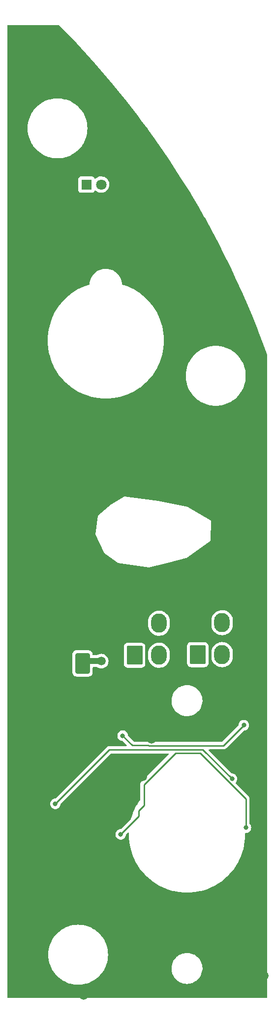
<source format=gbr>
%TF.GenerationSoftware,KiCad,Pcbnew,(6.0.9)*%
%TF.CreationDate,2022-12-26T23:22:05-09:00*%
%TF.ProjectId,PCB_ SPIN RCV PANEL,5043422c-2053-4504-994e-205243562050,rev?*%
%TF.SameCoordinates,Original*%
%TF.FileFunction,Copper,L2,Bot*%
%TF.FilePolarity,Positive*%
%FSLAX46Y46*%
G04 Gerber Fmt 4.6, Leading zero omitted, Abs format (unit mm)*
G04 Created by KiCad (PCBNEW (6.0.9)) date 2022-12-26 23:22:05*
%MOMM*%
%LPD*%
G01*
G04 APERTURE LIST*
G04 Aperture macros list*
%AMRoundRect*
0 Rectangle with rounded corners*
0 $1 Rounding radius*
0 $2 $3 $4 $5 $6 $7 $8 $9 X,Y pos of 4 corners*
0 Add a 4 corners polygon primitive as box body*
4,1,4,$2,$3,$4,$5,$6,$7,$8,$9,$2,$3,0*
0 Add four circle primitives for the rounded corners*
1,1,$1+$1,$2,$3*
1,1,$1+$1,$4,$5*
1,1,$1+$1,$6,$7*
1,1,$1+$1,$8,$9*
0 Add four rect primitives between the rounded corners*
20,1,$1+$1,$2,$3,$4,$5,0*
20,1,$1+$1,$4,$5,$6,$7,0*
20,1,$1+$1,$6,$7,$8,$9,0*
20,1,$1+$1,$8,$9,$2,$3,0*%
G04 Aperture macros list end*
%TA.AperFunction,ComponentPad*%
%ADD10R,1.800000X1.800000*%
%TD*%
%TA.AperFunction,ComponentPad*%
%ADD11C,1.800000*%
%TD*%
%TA.AperFunction,SMDPad,CuDef*%
%ADD12RoundRect,0.250000X1.000000X-1.500000X1.000000X1.500000X-1.000000X1.500000X-1.000000X-1.500000X0*%
%TD*%
%TA.AperFunction,ComponentPad*%
%ADD13RoundRect,0.250001X-1.099999X-1.399999X1.099999X-1.399999X1.099999X1.399999X-1.099999X1.399999X0*%
%TD*%
%TA.AperFunction,ComponentPad*%
%ADD14O,2.700000X3.300000*%
%TD*%
%TA.AperFunction,ViaPad*%
%ADD15C,1.500000*%
%TD*%
%TA.AperFunction,ViaPad*%
%ADD16C,0.800000*%
%TD*%
%TA.AperFunction,Conductor*%
%ADD17C,1.000000*%
%TD*%
%TA.AperFunction,Conductor*%
%ADD18C,0.250000*%
%TD*%
G04 APERTURE END LIST*
D10*
%TO.P,D1,1*%
%TO.N,Net-(D1-Pad1)*%
X244754000Y-21500000D03*
D11*
%TO.P,D1,2*%
%TO.N,/LED+5V*%
X247294000Y-21500000D03*
%TD*%
D12*
%TO.P,C1,1*%
%TO.N,/LED+5V*%
X244069000Y-103809000D03*
%TO.P,C1,2*%
%TO.N,/LEDGND*%
X244069000Y-97309000D03*
%TD*%
D13*
%TO.P,J1,1*%
%TO.N,/LED+5V*%
X263900000Y-102300000D03*
D14*
%TO.P,J1,2*%
X268100000Y-102300000D03*
%TO.P,J1,3*%
%TO.N,/LEDGND*%
X263900000Y-96800000D03*
%TO.P,J1,4*%
%TO.N,/DATAIN*%
X268100000Y-96800000D03*
%TD*%
D13*
%TO.P,J2,1*%
%TO.N,/LED+5V*%
X253035000Y-102400000D03*
D14*
%TO.P,J2,2*%
X257235000Y-102400000D03*
%TO.P,J2,3*%
%TO.N,/LEDGND*%
X253035000Y-96900000D03*
%TO.P,J2,4*%
%TO.N,/DATAOUT*%
X257235000Y-96900000D03*
%TD*%
D15*
%TO.N,/LEDGND*%
X273900000Y-117400000D03*
X255927500Y-156045800D03*
X244376200Y-117162500D03*
X256245000Y-149501600D03*
X273800000Y-111800000D03*
X275344500Y-157464900D03*
X243914500Y-94021100D03*
X259550000Y-51900000D03*
X249720000Y-91550000D03*
X267244200Y-94052800D03*
X273200000Y-141150000D03*
X255750000Y-60950000D03*
X254389000Y-123289000D03*
X268233500Y-76664700D03*
X236704400Y-149486100D03*
D16*
X244200000Y-134631738D03*
D15*
X247400000Y-61150000D03*
X259961800Y-32102900D03*
X251275000Y-130025000D03*
X238250000Y-39200000D03*
X258276000Y-72119500D03*
X243331000Y-32017200D03*
X238350000Y-55100000D03*
X251567900Y-74006000D03*
X273696000Y-152246000D03*
X244067500Y-128275000D03*
X240087800Y-22830400D03*
X258550000Y-40500000D03*
X239162200Y-124071100D03*
X236661700Y-117681800D03*
X252306000Y-142477100D03*
X273860000Y-134890000D03*
X236945800Y-157128900D03*
X244286100Y-160855000D03*
X250398500Y-102181200D03*
X244127200Y-82082800D03*
X236526800Y-142553100D03*
X273900000Y-123200000D03*
X263468200Y-46339000D03*
X244326500Y-142622200D03*
X244537400Y-111544800D03*
X248261600Y-31716800D03*
X273700000Y-146650000D03*
X240968400Y-103531600D03*
X255991000Y-116864800D03*
X256003500Y-111814300D03*
X247700000Y-148450000D03*
X273837000Y-129463000D03*
X236220000Y-110744000D03*
X236521400Y-137090700D03*
X247800000Y-135850000D03*
X258660000Y-91570000D03*
X233550000Y-131450000D03*
%TO.N,/LED+5V*%
X247286000Y-103422800D03*
D16*
%TO.N,Net-(D28-Pad2)*%
X271835400Y-114441400D03*
X250985600Y-116242600D03*
%TO.N,Net-(D33-Pad2)*%
X269800000Y-123650000D03*
X239400000Y-127950000D03*
%TO.N,Net-(D39-Pad2)*%
X250650000Y-133200000D03*
X272200000Y-132050000D03*
%TD*%
D17*
%TO.N,/LED+5V*%
X244455200Y-103422800D02*
X244069000Y-103809000D01*
X247286000Y-103422800D02*
X244455200Y-103422800D01*
D18*
%TO.N,Net-(D28-Pad2)*%
X255435198Y-117900000D02*
X255474999Y-117939801D01*
X250985600Y-116242600D02*
X252643000Y-117900000D01*
X252643000Y-117900000D02*
X255435198Y-117900000D01*
X268336999Y-117939801D02*
X271835400Y-114441400D01*
X255474999Y-117939801D02*
X268336999Y-117939801D01*
%TO.N,Net-(D33-Pad2)*%
X239400000Y-127950000D02*
X239400000Y-127950000D01*
X248700000Y-118650000D02*
X264800000Y-118650000D01*
X239400000Y-127950000D02*
X248700000Y-118650000D01*
X264800000Y-118650000D02*
X269800000Y-123650000D01*
%TO.N,Net-(D39-Pad2)*%
X254650000Y-124619002D02*
X254650000Y-128241002D01*
X272200000Y-127100000D02*
X264300000Y-119200000D01*
X272200000Y-132050000D02*
X272200000Y-127100000D01*
X253791002Y-130058998D02*
X250650000Y-133200000D01*
X264300000Y-119200000D02*
X260069002Y-119200000D01*
X254650000Y-128241002D02*
X253791002Y-129100000D01*
X253791002Y-129100000D02*
X253791002Y-130058998D01*
X260069002Y-119200000D02*
X254650000Y-124619002D01*
%TD*%
%TA.AperFunction,Conductor*%
%TO.N,/LEDGND*%
G36*
X239949682Y5923562D02*
G01*
X239971078Y5906236D01*
X241436794Y4426553D01*
X241438152Y4425161D01*
X243060777Y2735702D01*
X243062113Y2734289D01*
X244658468Y1019987D01*
X244659782Y1018553D01*
X246229430Y-720118D01*
X246230722Y-721571D01*
X247773376Y-2484293D01*
X247774646Y-2485766D01*
X249289975Y-4272164D01*
X249291221Y-4273657D01*
X250778706Y-6083119D01*
X250779930Y-6084631D01*
X251638369Y-7162372D01*
X252239349Y-7916883D01*
X252240549Y-7918413D01*
X253671539Y-9773005D01*
X253672715Y-9774554D01*
X254214032Y-10498959D01*
X254879392Y-11389361D01*
X255074887Y-11650978D01*
X255076014Y-11652512D01*
X255531804Y-12282511D01*
X256449082Y-13550388D01*
X256450209Y-13551970D01*
X257569082Y-15149857D01*
X257793785Y-15470761D01*
X257794888Y-15472363D01*
X259108731Y-17411723D01*
X259109809Y-17413342D01*
X260393503Y-19372659D01*
X260394556Y-19374293D01*
X261320854Y-20836868D01*
X261647895Y-21353249D01*
X261648900Y-21354863D01*
X262601658Y-22911872D01*
X262871579Y-23352981D01*
X262872556Y-23354607D01*
X264064238Y-25371338D01*
X264065155Y-25372917D01*
X264941400Y-26909487D01*
X265225598Y-27407852D01*
X265226548Y-27409549D01*
X266355376Y-29462027D01*
X266356300Y-29463738D01*
X267453314Y-31533394D01*
X267454212Y-31535119D01*
X268519205Y-33621561D01*
X268520069Y-33623288D01*
X269335420Y-35283443D01*
X269552675Y-35725802D01*
X269553512Y-35727539D01*
X269907985Y-36478360D01*
X270553570Y-37845794D01*
X270554387Y-37847559D01*
X271521648Y-39981035D01*
X271522437Y-39982813D01*
X272456612Y-42130863D01*
X272457374Y-42132652D01*
X273358316Y-44294941D01*
X273359050Y-44296742D01*
X274201559Y-46410085D01*
X274226504Y-46472658D01*
X274227201Y-46474446D01*
X275060975Y-48663514D01*
X275061653Y-48665337D01*
X275825049Y-50766565D01*
X275832623Y-50809590D01*
X275832623Y-161188436D01*
X275812621Y-161256557D01*
X275758965Y-161303050D01*
X275706623Y-161314436D01*
X231255623Y-161314436D01*
X231187502Y-161294434D01*
X231141009Y-161240778D01*
X231129623Y-161188436D01*
X231129623Y-153885436D01*
X238165577Y-153885436D01*
X238185195Y-154334771D01*
X238185556Y-154337510D01*
X238237247Y-154730143D01*
X238243901Y-154780687D01*
X238341248Y-155219789D01*
X238342073Y-155222406D01*
X238342075Y-155222413D01*
X238364758Y-155294355D01*
X238476494Y-155648737D01*
X238648612Y-156064264D01*
X238856289Y-156463209D01*
X239097947Y-156842536D01*
X239099611Y-156844704D01*
X239099619Y-156844716D01*
X239167970Y-156933792D01*
X239371746Y-157199357D01*
X239373604Y-157201385D01*
X239373611Y-157201393D01*
X239558148Y-157402780D01*
X239675601Y-157530958D01*
X239677621Y-157532809D01*
X240005166Y-157832948D01*
X240005174Y-157832955D01*
X240007202Y-157834813D01*
X240009394Y-157836495D01*
X240361843Y-158106940D01*
X240361855Y-158106948D01*
X240364023Y-158108612D01*
X240743350Y-158350270D01*
X241142295Y-158557947D01*
X241557822Y-158730065D01*
X241831185Y-158816256D01*
X241984146Y-158864484D01*
X241984153Y-158864486D01*
X241986770Y-158865311D01*
X241989455Y-158865906D01*
X241989454Y-158865906D01*
X242423174Y-158962060D01*
X242423177Y-158962061D01*
X242425872Y-158962658D01*
X242428602Y-158963017D01*
X242428611Y-158963019D01*
X242648830Y-158992011D01*
X242871788Y-159021364D01*
X243140579Y-159033099D01*
X243204171Y-159035876D01*
X243204176Y-159035876D01*
X243205548Y-159035936D01*
X243436698Y-159035936D01*
X243438070Y-159035876D01*
X243438075Y-159035876D01*
X243501667Y-159033099D01*
X243770458Y-159021364D01*
X243993416Y-158992011D01*
X244213635Y-158963019D01*
X244213644Y-158963017D01*
X244216374Y-158962658D01*
X244219069Y-158962061D01*
X244219072Y-158962060D01*
X244652792Y-158865906D01*
X244652791Y-158865906D01*
X244655476Y-158865311D01*
X244658093Y-158864486D01*
X244658100Y-158864484D01*
X244811061Y-158816256D01*
X245084424Y-158730065D01*
X245499951Y-158557947D01*
X245898896Y-158350270D01*
X246278223Y-158108612D01*
X246280391Y-158106948D01*
X246280403Y-158106940D01*
X246632852Y-157836495D01*
X246635044Y-157834813D01*
X246637072Y-157832955D01*
X246637080Y-157832948D01*
X246964625Y-157532809D01*
X246966645Y-157530958D01*
X247084098Y-157402780D01*
X247268635Y-157201393D01*
X247268642Y-157201385D01*
X247270500Y-157199357D01*
X247474276Y-156933792D01*
X247542627Y-156844716D01*
X247542635Y-156844704D01*
X247544299Y-156842536D01*
X247785957Y-156463209D01*
X247916586Y-156212272D01*
X259387755Y-156212272D01*
X259387944Y-156216064D01*
X259389145Y-156240190D01*
X259400126Y-156460761D01*
X259403709Y-156532743D01*
X259404352Y-156536483D01*
X259457316Y-156844716D01*
X259458048Y-156848977D01*
X259459136Y-156852616D01*
X259459137Y-156852619D01*
X259499212Y-156986618D01*
X259549985Y-157156392D01*
X259551498Y-157159863D01*
X259551500Y-157159869D01*
X259585562Y-157238019D01*
X259678187Y-157450535D01*
X259680110Y-157453806D01*
X259680112Y-157453810D01*
X259838876Y-157723876D01*
X259838881Y-157723884D01*
X259840799Y-157727146D01*
X259843100Y-157730161D01*
X259945318Y-157864098D01*
X260035464Y-157982218D01*
X260038112Y-157984937D01*
X260038117Y-157984942D01*
X260256716Y-158209341D01*
X260259362Y-158212057D01*
X260262306Y-158214428D01*
X260262309Y-158214431D01*
X260506298Y-158410954D01*
X260506303Y-158410958D01*
X260509251Y-158413332D01*
X260781511Y-158583129D01*
X261072198Y-158718987D01*
X261075808Y-158720170D01*
X261075812Y-158720172D01*
X261373497Y-158817758D01*
X261373504Y-158817760D01*
X261377101Y-158818939D01*
X261691803Y-158881538D01*
X261826291Y-158891768D01*
X262007970Y-158905588D01*
X262007975Y-158905588D01*
X262011747Y-158905875D01*
X262332297Y-158891599D01*
X262336046Y-158890975D01*
X262645070Y-158839540D01*
X262645075Y-158839539D01*
X262648811Y-158838917D01*
X262784188Y-158799202D01*
X262953077Y-158749655D01*
X262953081Y-158749654D01*
X262956703Y-158748591D01*
X263251514Y-158621931D01*
X263528973Y-158460770D01*
X263531995Y-158458489D01*
X263531999Y-158458486D01*
X263782037Y-158269726D01*
X263782038Y-158269725D01*
X263785061Y-158267443D01*
X264016068Y-158044751D01*
X264018462Y-158041810D01*
X264018467Y-158041805D01*
X264216255Y-157798860D01*
X264216258Y-157798856D01*
X264218649Y-157795919D01*
X264389869Y-157524552D01*
X264527247Y-157234581D01*
X264538320Y-157201393D01*
X264627598Y-156933792D01*
X264628795Y-156930205D01*
X264693040Y-156615835D01*
X264719052Y-156296023D01*
X264719637Y-156240190D01*
X264717726Y-156208483D01*
X264700556Y-155923682D01*
X264700556Y-155923678D01*
X264700328Y-155919904D01*
X264642681Y-155604256D01*
X264547530Y-155297821D01*
X264534300Y-155268313D01*
X264511339Y-155217105D01*
X264416254Y-155005036D01*
X264250755Y-154730143D01*
X264248428Y-154727159D01*
X264248423Y-154727152D01*
X264055766Y-154480118D01*
X264055764Y-154480115D01*
X264053430Y-154477123D01*
X263827136Y-154249642D01*
X263575153Y-154050995D01*
X263549197Y-154035182D01*
X263304362Y-153886027D01*
X263301130Y-153884058D01*
X263297686Y-153882492D01*
X263297682Y-153882490D01*
X263188438Y-153832820D01*
X263009037Y-153751252D01*
X262703104Y-153654498D01*
X262387763Y-153595198D01*
X262067582Y-153574213D01*
X262063802Y-153574421D01*
X262063801Y-153574421D01*
X261950530Y-153580654D01*
X261747199Y-153591844D01*
X261431254Y-153647838D01*
X261427629Y-153648943D01*
X261427624Y-153648944D01*
X261187484Y-153722134D01*
X261124325Y-153741383D01*
X260830857Y-153871124D01*
X260721288Y-153936311D01*
X260558356Y-154033245D01*
X260558350Y-154033249D01*
X260555101Y-154035182D01*
X260552109Y-154037490D01*
X260552105Y-154037493D01*
X260354746Y-154189754D01*
X260301051Y-154231179D01*
X260298349Y-154233839D01*
X260298342Y-154233845D01*
X260193036Y-154337510D01*
X260072388Y-154456278D01*
X259872424Y-154707218D01*
X259704056Y-154980363D01*
X259702467Y-154983810D01*
X259571308Y-155268313D01*
X259571304Y-155268323D01*
X259569721Y-155271757D01*
X259568562Y-155275357D01*
X259568559Y-155275364D01*
X259560158Y-155301452D01*
X259471367Y-155577179D01*
X259470648Y-155580895D01*
X259470646Y-155580903D01*
X259411136Y-155888487D01*
X259410417Y-155892205D01*
X259410150Y-155895981D01*
X259410149Y-155895986D01*
X259398061Y-156066710D01*
X259387755Y-156212272D01*
X247916586Y-156212272D01*
X247993634Y-156064264D01*
X248165752Y-155648737D01*
X248277488Y-155294355D01*
X248300171Y-155222413D01*
X248300173Y-155222406D01*
X248300998Y-155219789D01*
X248398345Y-154780687D01*
X248405000Y-154730143D01*
X248456690Y-154337510D01*
X248457051Y-154334771D01*
X248476669Y-153885436D01*
X248457051Y-153436101D01*
X248398345Y-152990185D01*
X248300998Y-152551083D01*
X248165752Y-152122135D01*
X247993634Y-151706608D01*
X247785957Y-151307663D01*
X247544299Y-150928336D01*
X247542635Y-150926168D01*
X247542627Y-150926156D01*
X247272182Y-150573707D01*
X247270500Y-150571515D01*
X247268642Y-150569487D01*
X247268635Y-150569479D01*
X246968496Y-150241934D01*
X246966645Y-150239914D01*
X246964625Y-150238063D01*
X246637080Y-149937924D01*
X246637072Y-149937917D01*
X246635044Y-149936059D01*
X246632852Y-149934377D01*
X246280403Y-149663932D01*
X246280391Y-149663924D01*
X246278223Y-149662260D01*
X245898896Y-149420602D01*
X245499951Y-149212925D01*
X245084424Y-149040807D01*
X244811061Y-148954616D01*
X244658100Y-148906388D01*
X244658093Y-148906386D01*
X244655476Y-148905561D01*
X244571498Y-148886943D01*
X244219072Y-148808812D01*
X244219069Y-148808811D01*
X244216374Y-148808214D01*
X244213644Y-148807855D01*
X244213635Y-148807853D01*
X243993416Y-148778861D01*
X243770458Y-148749508D01*
X243501667Y-148737773D01*
X243438075Y-148734996D01*
X243438070Y-148734996D01*
X243436698Y-148734936D01*
X243205548Y-148734936D01*
X243204176Y-148734996D01*
X243204171Y-148734996D01*
X243140579Y-148737773D01*
X242871788Y-148749508D01*
X242648830Y-148778861D01*
X242428611Y-148807853D01*
X242428602Y-148807855D01*
X242425872Y-148808214D01*
X242423177Y-148808811D01*
X242423174Y-148808812D01*
X242070748Y-148886943D01*
X241986770Y-148905561D01*
X241984153Y-148906386D01*
X241984146Y-148906388D01*
X241831185Y-148954616D01*
X241557822Y-149040807D01*
X241142295Y-149212925D01*
X240743350Y-149420602D01*
X240364023Y-149662260D01*
X240361855Y-149663924D01*
X240361843Y-149663932D01*
X240009394Y-149934377D01*
X240007202Y-149936059D01*
X240005174Y-149937917D01*
X240005166Y-149937924D01*
X239677621Y-150238063D01*
X239675601Y-150239914D01*
X239673750Y-150241934D01*
X239373611Y-150569479D01*
X239373604Y-150569487D01*
X239371746Y-150571515D01*
X239370064Y-150573707D01*
X239099619Y-150926156D01*
X239099611Y-150926168D01*
X239097947Y-150928336D01*
X238856289Y-151307663D01*
X238648612Y-151706608D01*
X238476494Y-152122135D01*
X238341248Y-152551083D01*
X238243901Y-152990185D01*
X238185195Y-153436101D01*
X238165577Y-153885436D01*
X231129623Y-153885436D01*
X231129623Y-127950000D01*
X238486496Y-127950000D01*
X238506458Y-128139928D01*
X238565473Y-128321556D01*
X238660960Y-128486944D01*
X238788747Y-128628866D01*
X238943248Y-128741118D01*
X238949276Y-128743802D01*
X238949278Y-128743803D01*
X239111681Y-128816109D01*
X239117712Y-128818794D01*
X239211112Y-128838647D01*
X239298056Y-128857128D01*
X239298061Y-128857128D01*
X239304513Y-128858500D01*
X239495487Y-128858500D01*
X239501939Y-128857128D01*
X239501944Y-128857128D01*
X239588888Y-128838647D01*
X239682288Y-128818794D01*
X239688319Y-128816109D01*
X239850722Y-128743803D01*
X239850724Y-128743802D01*
X239856752Y-128741118D01*
X240011253Y-128628866D01*
X240139040Y-128486944D01*
X240234527Y-128321556D01*
X240293542Y-128139928D01*
X240310907Y-127974706D01*
X240337920Y-127909050D01*
X240347122Y-127898782D01*
X248925500Y-119320405D01*
X248987812Y-119286379D01*
X249014595Y-119283500D01*
X258785408Y-119283500D01*
X258853529Y-119303502D01*
X258900022Y-119357158D01*
X258910126Y-119427432D01*
X258880632Y-119492012D01*
X258874503Y-119498595D01*
X254257747Y-124115350D01*
X254249461Y-124122890D01*
X254242982Y-124127002D01*
X254237557Y-124132779D01*
X254196357Y-124176653D01*
X254193602Y-124179495D01*
X254173865Y-124199232D01*
X254171385Y-124202429D01*
X254163682Y-124211449D01*
X254133414Y-124243681D01*
X254129595Y-124250627D01*
X254129593Y-124250630D01*
X254123652Y-124261436D01*
X254112801Y-124277955D01*
X254100386Y-124293961D01*
X254097241Y-124301230D01*
X254097238Y-124301234D01*
X254082826Y-124334539D01*
X254077609Y-124345189D01*
X254056305Y-124383942D01*
X254054334Y-124391617D01*
X254054334Y-124391618D01*
X254051267Y-124403564D01*
X254044863Y-124422268D01*
X254036819Y-124440857D01*
X254035580Y-124448680D01*
X254035577Y-124448690D01*
X254029901Y-124484526D01*
X254027495Y-124496146D01*
X254016500Y-124538972D01*
X254016500Y-124559226D01*
X254014949Y-124578936D01*
X254011780Y-124598945D01*
X254012526Y-124606837D01*
X254015941Y-124642963D01*
X254016500Y-124654821D01*
X254016500Y-127216683D01*
X253996498Y-127284804D01*
X253990066Y-127293900D01*
X253958974Y-127333984D01*
X253605669Y-127853856D01*
X253604659Y-127855564D01*
X253604657Y-127855567D01*
X253544927Y-127956565D01*
X253285704Y-128394887D01*
X253000342Y-128954941D01*
X252999561Y-128956747D01*
X252999560Y-128956748D01*
X252762831Y-129503798D01*
X252750710Y-129531807D01*
X252750042Y-129533663D01*
X252750041Y-129533665D01*
X252538460Y-130121353D01*
X252538455Y-130121369D01*
X252537792Y-130123210D01*
X252537245Y-130125092D01*
X252537241Y-130125105D01*
X252426796Y-130505260D01*
X252394894Y-130559202D01*
X250699500Y-132254595D01*
X250637188Y-132288621D01*
X250610405Y-132291500D01*
X250554513Y-132291500D01*
X250548061Y-132292872D01*
X250548056Y-132292872D01*
X250461113Y-132311353D01*
X250367712Y-132331206D01*
X250361682Y-132333891D01*
X250361681Y-132333891D01*
X250199278Y-132406197D01*
X250199276Y-132406198D01*
X250193248Y-132408882D01*
X250038747Y-132521134D01*
X249910960Y-132663056D01*
X249815473Y-132828444D01*
X249756458Y-133010072D01*
X249755768Y-133016633D01*
X249755768Y-133016635D01*
X249748219Y-133088458D01*
X249736496Y-133200000D01*
X249756458Y-133389928D01*
X249815473Y-133571556D01*
X249910960Y-133736944D01*
X249915378Y-133741851D01*
X249915379Y-133741852D01*
X250034325Y-133873955D01*
X250038747Y-133878866D01*
X250193248Y-133991118D01*
X250199276Y-133993802D01*
X250199278Y-133993803D01*
X250361681Y-134066109D01*
X250367712Y-134068794D01*
X250461112Y-134088647D01*
X250548056Y-134107128D01*
X250548061Y-134107128D01*
X250554513Y-134108500D01*
X250745487Y-134108500D01*
X250751939Y-134107128D01*
X250751944Y-134107128D01*
X250838888Y-134088647D01*
X250932288Y-134068794D01*
X250938319Y-134066109D01*
X251100722Y-133993803D01*
X251100724Y-133993802D01*
X251106752Y-133991118D01*
X251261253Y-133878866D01*
X251265675Y-133873955D01*
X251384621Y-133741852D01*
X251384622Y-133741851D01*
X251389040Y-133736944D01*
X251484527Y-133571556D01*
X251543542Y-133389928D01*
X251560907Y-133224706D01*
X251587920Y-133159050D01*
X251597122Y-133148782D01*
X251839841Y-132906063D01*
X251902153Y-132872037D01*
X251972968Y-132877102D01*
X252029804Y-132919649D01*
X252054615Y-132986169D01*
X252054874Y-132999107D01*
X252048086Y-133215091D01*
X252048148Y-133217064D01*
X252059289Y-133571556D01*
X252067830Y-133843344D01*
X252068013Y-133845282D01*
X252068014Y-133845295D01*
X252126796Y-134467141D01*
X252126983Y-134469117D01*
X252225312Y-135089942D01*
X252362428Y-135703367D01*
X252537792Y-136306972D01*
X252538455Y-136308813D01*
X252538460Y-136308829D01*
X252750041Y-136896517D01*
X252750710Y-136898375D01*
X253000342Y-137475241D01*
X253285704Y-138035295D01*
X253605669Y-138576326D01*
X253958974Y-139096198D01*
X254344224Y-139592860D01*
X254759900Y-140064352D01*
X255204362Y-140508814D01*
X255675854Y-140924490D01*
X256172516Y-141309740D01*
X256692388Y-141663045D01*
X257233419Y-141983010D01*
X257793473Y-142268372D01*
X258370339Y-142518004D01*
X258372195Y-142518672D01*
X258372197Y-142518673D01*
X258959885Y-142730254D01*
X258959901Y-142730259D01*
X258961742Y-142730922D01*
X258963624Y-142731469D01*
X258963637Y-142731473D01*
X259563440Y-142905732D01*
X259565347Y-142906286D01*
X259567267Y-142906715D01*
X259567278Y-142906718D01*
X259872059Y-142974844D01*
X260178772Y-143043402D01*
X260180728Y-143043712D01*
X260180729Y-143043712D01*
X260797638Y-143141421D01*
X260797647Y-143141422D01*
X260799597Y-143141731D01*
X260801566Y-143141917D01*
X260801573Y-143141918D01*
X261423419Y-143200700D01*
X261423432Y-143200701D01*
X261425370Y-143200884D01*
X261427315Y-143200945D01*
X261427329Y-143200946D01*
X261706167Y-143209709D01*
X261893346Y-143215591D01*
X262213900Y-143215591D01*
X262401079Y-143209709D01*
X262679917Y-143200946D01*
X262679931Y-143200945D01*
X262681876Y-143200884D01*
X262683814Y-143200701D01*
X262683827Y-143200700D01*
X263305673Y-143141918D01*
X263305680Y-143141917D01*
X263307649Y-143141731D01*
X263309599Y-143141422D01*
X263309608Y-143141421D01*
X263926517Y-143043712D01*
X263926518Y-143043712D01*
X263928474Y-143043402D01*
X264235187Y-142974844D01*
X264539968Y-142906718D01*
X264539979Y-142906715D01*
X264541899Y-142906286D01*
X264543806Y-142905732D01*
X265143609Y-142731473D01*
X265143622Y-142731469D01*
X265145504Y-142730922D01*
X265147345Y-142730259D01*
X265147361Y-142730254D01*
X265735049Y-142518673D01*
X265735051Y-142518672D01*
X265736907Y-142518004D01*
X266313773Y-142268372D01*
X266873827Y-141983010D01*
X267414858Y-141663045D01*
X267934730Y-141309740D01*
X268431392Y-140924490D01*
X268902884Y-140508814D01*
X269347346Y-140064352D01*
X269763022Y-139592860D01*
X270148272Y-139096198D01*
X270501577Y-138576326D01*
X270821542Y-138035295D01*
X271106904Y-137475241D01*
X271356536Y-136898375D01*
X271357205Y-136896517D01*
X271568786Y-136308829D01*
X271568791Y-136308813D01*
X271569454Y-136306972D01*
X271744818Y-135703367D01*
X271881934Y-135089942D01*
X271980263Y-134469117D01*
X271980450Y-134467141D01*
X272039232Y-133845295D01*
X272039233Y-133845282D01*
X272039416Y-133843344D01*
X272047958Y-133571556D01*
X272059098Y-133217064D01*
X272059160Y-133215091D01*
X272055180Y-133088457D01*
X272073032Y-133019743D01*
X272125201Y-132971587D01*
X272181118Y-132958500D01*
X272295487Y-132958500D01*
X272301939Y-132957128D01*
X272301944Y-132957128D01*
X272388888Y-132938647D01*
X272482288Y-132918794D01*
X272488319Y-132916109D01*
X272650722Y-132843803D01*
X272650724Y-132843802D01*
X272656752Y-132841118D01*
X272811253Y-132728866D01*
X272939040Y-132586944D01*
X273034527Y-132421556D01*
X273093542Y-132239928D01*
X273113504Y-132050000D01*
X273093542Y-131860072D01*
X273034527Y-131678444D01*
X272939040Y-131513056D01*
X272865863Y-131431785D01*
X272835147Y-131367779D01*
X272833500Y-131347476D01*
X272833500Y-127178767D01*
X272834027Y-127167584D01*
X272835702Y-127160091D01*
X272833562Y-127092014D01*
X272833500Y-127088055D01*
X272833500Y-127060144D01*
X272832995Y-127056144D01*
X272832062Y-127044301D01*
X272831884Y-127038621D01*
X272830673Y-127000110D01*
X272825022Y-126980658D01*
X272821014Y-126961306D01*
X272819467Y-126949063D01*
X272818474Y-126941203D01*
X272815556Y-126933832D01*
X272802200Y-126900097D01*
X272798355Y-126888870D01*
X272797721Y-126886687D01*
X272786018Y-126846407D01*
X272779765Y-126835833D01*
X272775707Y-126828972D01*
X272767012Y-126811224D01*
X272759552Y-126792383D01*
X272733564Y-126756613D01*
X272727048Y-126746693D01*
X272708580Y-126715465D01*
X272708578Y-126715462D01*
X272704542Y-126708638D01*
X272690221Y-126694317D01*
X272677380Y-126679283D01*
X272670131Y-126669306D01*
X272665472Y-126662893D01*
X272631395Y-126634702D01*
X272622616Y-126626712D01*
X270454826Y-124458922D01*
X270420800Y-124396610D01*
X270425865Y-124325795D01*
X270450285Y-124285517D01*
X270534621Y-124191852D01*
X270534622Y-124191851D01*
X270539040Y-124186944D01*
X270634527Y-124021556D01*
X270693542Y-123839928D01*
X270713504Y-123650000D01*
X270693542Y-123460072D01*
X270634527Y-123278444D01*
X270539040Y-123113056D01*
X270446264Y-123010017D01*
X270415675Y-122976045D01*
X270415674Y-122976044D01*
X270411253Y-122971134D01*
X270256752Y-122858882D01*
X270250724Y-122856198D01*
X270250722Y-122856197D01*
X270088319Y-122783891D01*
X270088318Y-122783891D01*
X270082288Y-122781206D01*
X269988888Y-122761353D01*
X269901944Y-122742872D01*
X269901939Y-122742872D01*
X269895487Y-122741500D01*
X269839594Y-122741500D01*
X269771473Y-122721498D01*
X269750499Y-122704595D01*
X265834301Y-118788396D01*
X265800275Y-118726084D01*
X265805340Y-118655268D01*
X265847887Y-118598433D01*
X265914407Y-118573622D01*
X265923396Y-118573301D01*
X268258232Y-118573301D01*
X268269415Y-118573828D01*
X268276908Y-118575503D01*
X268284834Y-118575254D01*
X268284835Y-118575254D01*
X268344985Y-118573363D01*
X268348944Y-118573301D01*
X268376855Y-118573301D01*
X268380790Y-118572804D01*
X268380855Y-118572796D01*
X268392692Y-118571863D01*
X268424950Y-118570849D01*
X268428969Y-118570723D01*
X268436888Y-118570474D01*
X268456342Y-118564822D01*
X268475699Y-118560814D01*
X268487929Y-118559269D01*
X268487930Y-118559269D01*
X268495796Y-118558275D01*
X268503167Y-118555356D01*
X268503169Y-118555356D01*
X268536911Y-118541997D01*
X268548141Y-118538152D01*
X268582982Y-118528030D01*
X268582983Y-118528030D01*
X268590592Y-118525819D01*
X268597411Y-118521786D01*
X268597416Y-118521784D01*
X268608027Y-118515508D01*
X268625775Y-118506813D01*
X268644616Y-118499353D01*
X268680386Y-118473365D01*
X268690306Y-118466849D01*
X268721534Y-118448381D01*
X268721537Y-118448379D01*
X268728361Y-118444343D01*
X268742682Y-118430022D01*
X268757716Y-118417181D01*
X268767693Y-118409932D01*
X268774106Y-118405273D01*
X268802297Y-118371196D01*
X268810287Y-118362417D01*
X271785899Y-115386805D01*
X271848211Y-115352779D01*
X271874994Y-115349900D01*
X271930887Y-115349900D01*
X271937339Y-115348528D01*
X271937344Y-115348528D01*
X272024288Y-115330047D01*
X272117688Y-115310194D01*
X272123719Y-115307509D01*
X272286122Y-115235203D01*
X272286124Y-115235202D01*
X272292152Y-115232518D01*
X272446653Y-115120266D01*
X272574440Y-114978344D01*
X272669927Y-114812956D01*
X272728942Y-114631328D01*
X272748904Y-114441400D01*
X272728942Y-114251472D01*
X272669927Y-114069844D01*
X272574440Y-113904456D01*
X272446653Y-113762534D01*
X272292152Y-113650282D01*
X272286124Y-113647598D01*
X272286122Y-113647597D01*
X272123719Y-113575291D01*
X272123718Y-113575291D01*
X272117688Y-113572606D01*
X272024288Y-113552753D01*
X271937344Y-113534272D01*
X271937339Y-113534272D01*
X271930887Y-113532900D01*
X271739913Y-113532900D01*
X271733461Y-113534272D01*
X271733456Y-113534272D01*
X271646513Y-113552753D01*
X271553112Y-113572606D01*
X271547082Y-113575291D01*
X271547081Y-113575291D01*
X271384678Y-113647597D01*
X271384676Y-113647598D01*
X271378648Y-113650282D01*
X271224147Y-113762534D01*
X271096360Y-113904456D01*
X271000873Y-114069844D01*
X270941858Y-114251472D01*
X270941168Y-114258033D01*
X270941168Y-114258035D01*
X270924493Y-114416693D01*
X270897480Y-114482350D01*
X270888278Y-114492618D01*
X268111499Y-117269396D01*
X268049187Y-117303422D01*
X268022404Y-117306301D01*
X255686159Y-117306301D01*
X255654837Y-117302346D01*
X255650632Y-117301266D01*
X255631942Y-117294867D01*
X255613343Y-117286819D01*
X255605520Y-117285580D01*
X255605510Y-117285577D01*
X255569674Y-117279901D01*
X255558054Y-117277495D01*
X255522909Y-117268472D01*
X255522908Y-117268472D01*
X255515228Y-117266500D01*
X255494974Y-117266500D01*
X255475263Y-117264949D01*
X255463084Y-117263020D01*
X255455255Y-117261780D01*
X255447363Y-117262526D01*
X255411237Y-117265941D01*
X255399379Y-117266500D01*
X252957594Y-117266500D01*
X252889473Y-117246498D01*
X252868503Y-117229599D01*
X251932720Y-116293815D01*
X251898696Y-116231505D01*
X251896507Y-116217892D01*
X251879832Y-116059235D01*
X251879832Y-116059233D01*
X251879142Y-116052672D01*
X251820127Y-115871044D01*
X251724640Y-115705656D01*
X251596853Y-115563734D01*
X251442352Y-115451482D01*
X251436324Y-115448798D01*
X251436322Y-115448797D01*
X251273919Y-115376491D01*
X251273918Y-115376491D01*
X251267888Y-115373806D01*
X251155420Y-115349900D01*
X251087544Y-115335472D01*
X251087539Y-115335472D01*
X251081087Y-115334100D01*
X250890113Y-115334100D01*
X250883661Y-115335472D01*
X250883656Y-115335472D01*
X250815780Y-115349900D01*
X250703312Y-115373806D01*
X250697282Y-115376491D01*
X250697281Y-115376491D01*
X250534878Y-115448797D01*
X250534876Y-115448798D01*
X250528848Y-115451482D01*
X250374347Y-115563734D01*
X250246560Y-115705656D01*
X250151073Y-115871044D01*
X250092058Y-116052672D01*
X250072096Y-116242600D01*
X250092058Y-116432528D01*
X250151073Y-116614156D01*
X250246560Y-116779544D01*
X250374347Y-116921466D01*
X250528848Y-117033718D01*
X250534876Y-117036402D01*
X250534878Y-117036403D01*
X250697281Y-117108709D01*
X250703312Y-117111394D01*
X250796712Y-117131247D01*
X250883656Y-117149728D01*
X250883661Y-117149728D01*
X250890113Y-117151100D01*
X250946006Y-117151100D01*
X251014127Y-117171102D01*
X251035101Y-117188005D01*
X251648501Y-117801405D01*
X251682527Y-117863717D01*
X251677462Y-117934532D01*
X251634915Y-117991368D01*
X251568395Y-118016179D01*
X251559406Y-118016500D01*
X248778767Y-118016500D01*
X248767584Y-118015973D01*
X248760091Y-118014298D01*
X248752165Y-118014547D01*
X248752164Y-118014547D01*
X248692014Y-118016438D01*
X248688055Y-118016500D01*
X248660144Y-118016500D01*
X248656210Y-118016997D01*
X248656209Y-118016997D01*
X248656144Y-118017005D01*
X248644307Y-118017938D01*
X248612490Y-118018938D01*
X248608029Y-118019078D01*
X248600110Y-118019327D01*
X248582454Y-118024456D01*
X248580658Y-118024978D01*
X248561306Y-118028986D01*
X248554235Y-118029880D01*
X248541203Y-118031526D01*
X248533834Y-118034443D01*
X248533832Y-118034444D01*
X248500097Y-118047800D01*
X248488869Y-118051645D01*
X248446407Y-118063982D01*
X248439584Y-118068017D01*
X248439582Y-118068018D01*
X248428972Y-118074293D01*
X248411224Y-118082988D01*
X248392383Y-118090448D01*
X248385967Y-118095110D01*
X248385966Y-118095110D01*
X248356613Y-118116436D01*
X248346693Y-118122952D01*
X248315465Y-118141420D01*
X248315462Y-118141422D01*
X248308638Y-118145458D01*
X248294317Y-118159779D01*
X248279284Y-118172619D01*
X248262893Y-118184528D01*
X248257842Y-118190634D01*
X248234702Y-118218605D01*
X248226712Y-118227384D01*
X239449500Y-127004595D01*
X239387188Y-127038621D01*
X239360405Y-127041500D01*
X239304513Y-127041500D01*
X239298061Y-127042872D01*
X239298056Y-127042872D01*
X239216800Y-127060144D01*
X239117712Y-127081206D01*
X239111682Y-127083891D01*
X239111681Y-127083891D01*
X238949278Y-127156197D01*
X238949276Y-127156198D01*
X238943248Y-127158882D01*
X238937907Y-127162762D01*
X238937906Y-127162763D01*
X238928025Y-127169942D01*
X238788747Y-127271134D01*
X238784326Y-127276044D01*
X238784325Y-127276045D01*
X238730684Y-127335620D01*
X238660960Y-127413056D01*
X238565473Y-127578444D01*
X238506458Y-127760072D01*
X238486496Y-127950000D01*
X231129623Y-127950000D01*
X231129623Y-110187473D01*
X259387755Y-110187473D01*
X259387944Y-110191265D01*
X259389145Y-110215391D01*
X259391925Y-110271224D01*
X259403709Y-110507944D01*
X259404352Y-110511684D01*
X259440742Y-110723461D01*
X259458048Y-110824178D01*
X259459136Y-110827817D01*
X259459137Y-110827820D01*
X259499212Y-110961819D01*
X259549985Y-111131593D01*
X259551498Y-111135064D01*
X259551500Y-111135070D01*
X259585562Y-111213220D01*
X259678187Y-111425736D01*
X259680110Y-111429007D01*
X259680112Y-111429011D01*
X259838876Y-111699077D01*
X259838881Y-111699085D01*
X259840799Y-111702347D01*
X259843100Y-111705362D01*
X259945318Y-111839299D01*
X260035464Y-111957419D01*
X260038112Y-111960138D01*
X260038117Y-111960143D01*
X260256716Y-112184542D01*
X260259362Y-112187258D01*
X260262306Y-112189629D01*
X260262309Y-112189632D01*
X260506298Y-112386155D01*
X260506303Y-112386159D01*
X260509251Y-112388533D01*
X260781511Y-112558330D01*
X261072198Y-112694188D01*
X261075808Y-112695371D01*
X261075812Y-112695373D01*
X261373497Y-112792959D01*
X261373504Y-112792961D01*
X261377101Y-112794140D01*
X261691803Y-112856739D01*
X261826291Y-112866969D01*
X262007970Y-112880789D01*
X262007975Y-112880789D01*
X262011747Y-112881076D01*
X262332297Y-112866800D01*
X262336046Y-112866176D01*
X262645070Y-112814741D01*
X262645075Y-112814740D01*
X262648811Y-112814118D01*
X262784188Y-112774403D01*
X262953077Y-112724856D01*
X262953081Y-112724855D01*
X262956703Y-112723792D01*
X263251514Y-112597132D01*
X263528973Y-112435971D01*
X263531995Y-112433690D01*
X263531999Y-112433687D01*
X263782037Y-112244927D01*
X263782038Y-112244926D01*
X263785061Y-112242644D01*
X264016068Y-112019952D01*
X264018462Y-112017011D01*
X264018467Y-112017006D01*
X264216255Y-111774061D01*
X264216258Y-111774057D01*
X264218649Y-111771120D01*
X264389869Y-111499753D01*
X264527247Y-111209782D01*
X264628795Y-110905406D01*
X264693040Y-110591036D01*
X264719052Y-110271224D01*
X264719637Y-110215391D01*
X264717726Y-110183684D01*
X264700556Y-109898883D01*
X264700556Y-109898879D01*
X264700328Y-109895105D01*
X264642681Y-109579457D01*
X264547530Y-109273022D01*
X264534300Y-109243514D01*
X264531513Y-109237299D01*
X264416254Y-108980237D01*
X264250755Y-108705344D01*
X264248428Y-108702360D01*
X264248423Y-108702353D01*
X264055766Y-108455319D01*
X264055764Y-108455316D01*
X264053430Y-108452324D01*
X263827136Y-108224843D01*
X263575153Y-108026196D01*
X263549197Y-108010383D01*
X263304362Y-107861228D01*
X263301130Y-107859259D01*
X263297686Y-107857693D01*
X263297682Y-107857691D01*
X263188438Y-107808021D01*
X263009037Y-107726453D01*
X262703104Y-107629699D01*
X262387763Y-107570399D01*
X262067582Y-107549414D01*
X262063802Y-107549622D01*
X262063801Y-107549622D01*
X261950530Y-107555855D01*
X261747199Y-107567045D01*
X261431254Y-107623039D01*
X261427629Y-107624144D01*
X261427624Y-107624145D01*
X261187484Y-107697335D01*
X261124325Y-107716584D01*
X260830857Y-107846325D01*
X260721288Y-107911512D01*
X260558356Y-108008446D01*
X260558350Y-108008450D01*
X260555101Y-108010383D01*
X260552109Y-108012691D01*
X260552105Y-108012694D01*
X260354746Y-108164955D01*
X260301051Y-108206380D01*
X260298349Y-108209040D01*
X260298342Y-108209046D01*
X260075096Y-108428813D01*
X260072388Y-108431479D01*
X259872424Y-108682419D01*
X259704056Y-108955564D01*
X259702467Y-108959011D01*
X259571308Y-109243514D01*
X259571304Y-109243524D01*
X259569721Y-109246958D01*
X259568562Y-109250558D01*
X259568559Y-109250565D01*
X259560158Y-109276653D01*
X259471367Y-109552380D01*
X259470648Y-109556096D01*
X259470646Y-109556104D01*
X259411136Y-109863688D01*
X259410417Y-109867406D01*
X259387755Y-110187473D01*
X231129623Y-110187473D01*
X231129623Y-105359400D01*
X242310500Y-105359400D01*
X242321474Y-105465166D01*
X242377450Y-105632946D01*
X242470522Y-105783348D01*
X242595697Y-105908305D01*
X242601927Y-105912145D01*
X242601928Y-105912146D01*
X242739090Y-105996694D01*
X242746262Y-106001115D01*
X242826005Y-106027564D01*
X242907611Y-106054632D01*
X242907613Y-106054632D01*
X242914139Y-106056797D01*
X242920975Y-106057497D01*
X242920978Y-106057498D01*
X242964031Y-106061909D01*
X243018600Y-106067500D01*
X245119400Y-106067500D01*
X245122646Y-106067163D01*
X245122650Y-106067163D01*
X245218308Y-106057238D01*
X245218312Y-106057237D01*
X245225166Y-106056526D01*
X245231702Y-106054345D01*
X245231704Y-106054345D01*
X245363806Y-106010272D01*
X245392946Y-106000550D01*
X245543348Y-105907478D01*
X245668305Y-105782303D01*
X245761115Y-105631738D01*
X245816797Y-105463861D01*
X245827500Y-105359400D01*
X245827500Y-104557300D01*
X245847502Y-104489179D01*
X245901158Y-104442686D01*
X245953500Y-104431300D01*
X246492432Y-104431300D01*
X246564703Y-104454087D01*
X246654346Y-104516856D01*
X246853924Y-104609920D01*
X247066629Y-104666915D01*
X247286000Y-104686107D01*
X247505371Y-104666915D01*
X247718076Y-104609920D01*
X247917654Y-104516856D01*
X248071492Y-104409137D01*
X248093527Y-104393708D01*
X248093529Y-104393706D01*
X248098038Y-104390549D01*
X248253749Y-104234838D01*
X248292483Y-104179521D01*
X248376899Y-104058962D01*
X248376900Y-104058960D01*
X248380056Y-104054453D01*
X248382379Y-104049471D01*
X248382382Y-104049466D01*
X248434374Y-103937968D01*
X248473120Y-103854876D01*
X248474319Y-103850400D01*
X251176500Y-103850400D01*
X251176837Y-103853646D01*
X251176837Y-103853650D01*
X251184878Y-103931141D01*
X251187474Y-103956165D01*
X251189655Y-103962701D01*
X251189655Y-103962703D01*
X251221770Y-104058962D01*
X251243450Y-104123945D01*
X251336522Y-104274348D01*
X251341704Y-104279521D01*
X251360694Y-104298478D01*
X251461697Y-104399305D01*
X251467927Y-104403145D01*
X251467928Y-104403146D01*
X251605090Y-104487694D01*
X251612262Y-104492115D01*
X251677336Y-104513699D01*
X251773611Y-104545632D01*
X251773613Y-104545632D01*
X251780139Y-104547797D01*
X251786975Y-104548497D01*
X251786978Y-104548498D01*
X251830031Y-104552909D01*
X251884600Y-104558500D01*
X254185400Y-104558500D01*
X254188646Y-104558163D01*
X254188650Y-104558163D01*
X254284307Y-104548238D01*
X254284311Y-104548237D01*
X254291165Y-104547526D01*
X254297701Y-104545345D01*
X254297703Y-104545345D01*
X254438689Y-104498308D01*
X254458945Y-104491550D01*
X254609348Y-104398478D01*
X254734305Y-104273303D01*
X254755613Y-104238735D01*
X254823275Y-104128968D01*
X254823276Y-104128966D01*
X254827115Y-104122738D01*
X254877731Y-103970136D01*
X254880632Y-103961389D01*
X254880632Y-103961387D01*
X254882797Y-103954861D01*
X254885228Y-103931141D01*
X254887909Y-103904969D01*
X254893500Y-103850400D01*
X254893500Y-102768512D01*
X255376500Y-102768512D01*
X255376665Y-102770780D01*
X255376665Y-102770792D01*
X255377702Y-102785079D01*
X255391047Y-102969004D01*
X255392031Y-102973459D01*
X255392031Y-102973462D01*
X255441632Y-103198119D01*
X255449194Y-103232372D01*
X255450812Y-103236642D01*
X255516944Y-103411194D01*
X255544750Y-103484588D01*
X255675714Y-103720368D01*
X255678486Y-103724000D01*
X255792608Y-103873535D01*
X255839343Y-103934773D01*
X255842609Y-103937966D01*
X255842611Y-103937968D01*
X255930561Y-104023945D01*
X256032208Y-104123312D01*
X256250270Y-104282034D01*
X256350031Y-104334521D01*
X256484921Y-104405490D01*
X256484927Y-104405493D01*
X256488961Y-104407615D01*
X256493266Y-104409135D01*
X256493270Y-104409137D01*
X256719929Y-104489179D01*
X256743280Y-104497425D01*
X256841866Y-104516856D01*
X257003428Y-104548700D01*
X257003434Y-104548701D01*
X257007900Y-104549581D01*
X257012453Y-104549808D01*
X257012456Y-104549808D01*
X257272708Y-104562764D01*
X257272714Y-104562764D01*
X257277277Y-104562991D01*
X257545769Y-104537375D01*
X257550203Y-104536290D01*
X257550209Y-104536289D01*
X257803312Y-104474355D01*
X257807750Y-104473269D01*
X258057733Y-104372015D01*
X258236962Y-104267072D01*
X258286537Y-104238045D01*
X258286538Y-104238044D01*
X258290482Y-104235735D01*
X258501119Y-104067284D01*
X258685234Y-103870191D01*
X258768336Y-103750400D01*
X262041500Y-103750400D01*
X262041837Y-103753646D01*
X262041837Y-103753650D01*
X262049878Y-103831141D01*
X262052474Y-103856165D01*
X262108450Y-104023945D01*
X262201522Y-104174348D01*
X262326697Y-104299305D01*
X262332927Y-104303145D01*
X262332928Y-104303146D01*
X262470090Y-104387694D01*
X262477262Y-104392115D01*
X262528582Y-104409137D01*
X262638611Y-104445632D01*
X262638613Y-104445632D01*
X262645139Y-104447797D01*
X262651975Y-104448497D01*
X262651978Y-104448498D01*
X262695031Y-104452909D01*
X262749600Y-104458500D01*
X265050400Y-104458500D01*
X265053646Y-104458163D01*
X265053650Y-104458163D01*
X265149307Y-104448238D01*
X265149311Y-104448237D01*
X265156165Y-104447526D01*
X265162701Y-104445345D01*
X265162703Y-104445345D01*
X265294805Y-104401272D01*
X265323945Y-104391550D01*
X265474348Y-104298478D01*
X265599305Y-104173303D01*
X265603146Y-104167072D01*
X265688275Y-104028968D01*
X265688276Y-104028966D01*
X265692115Y-104022738D01*
X265742712Y-103870191D01*
X265745632Y-103861389D01*
X265745632Y-103861387D01*
X265747797Y-103854861D01*
X265750228Y-103831141D01*
X265752909Y-103804969D01*
X265758500Y-103750400D01*
X265758500Y-102668512D01*
X266241500Y-102668512D01*
X266256047Y-102869004D01*
X266257031Y-102873459D01*
X266257031Y-102873462D01*
X266295196Y-103046322D01*
X266314194Y-103132372D01*
X266315812Y-103136642D01*
X266381944Y-103311194D01*
X266409750Y-103384588D01*
X266540714Y-103620368D01*
X266561406Y-103647481D01*
X266657608Y-103773535D01*
X266704343Y-103834773D01*
X266707609Y-103837966D01*
X266707611Y-103837968D01*
X266743994Y-103873535D01*
X266897208Y-104023312D01*
X267115270Y-104182034D01*
X267207060Y-104230327D01*
X267349921Y-104305490D01*
X267349927Y-104305493D01*
X267353961Y-104307615D01*
X267358266Y-104309135D01*
X267358270Y-104309137D01*
X267599768Y-104394419D01*
X267608280Y-104397425D01*
X267736032Y-104422605D01*
X267868428Y-104448700D01*
X267868434Y-104448701D01*
X267872900Y-104449581D01*
X267877453Y-104449808D01*
X267877456Y-104449808D01*
X268137708Y-104462764D01*
X268137714Y-104462764D01*
X268142277Y-104462991D01*
X268410769Y-104437375D01*
X268415203Y-104436290D01*
X268415209Y-104436289D01*
X268668312Y-104374355D01*
X268672750Y-104373269D01*
X268922733Y-104272015D01*
X269155482Y-104135735D01*
X269366119Y-103967284D01*
X269550234Y-103770191D01*
X269703968Y-103548584D01*
X269735806Y-103484588D01*
X269822067Y-103311194D01*
X269824101Y-103307106D01*
X269825523Y-103302769D01*
X269906698Y-103055147D01*
X269906699Y-103055141D01*
X269908118Y-103050814D01*
X269919417Y-102985739D01*
X269953601Y-102788860D01*
X269953602Y-102788852D01*
X269954257Y-102785079D01*
X269958500Y-102699851D01*
X269958500Y-101931488D01*
X269957577Y-101918758D01*
X269944283Y-101735547D01*
X269943953Y-101730996D01*
X269924934Y-101644853D01*
X269886791Y-101472088D01*
X269886790Y-101472084D01*
X269885806Y-101467628D01*
X269826625Y-101311421D01*
X269791868Y-101219682D01*
X269791867Y-101219679D01*
X269790250Y-101215412D01*
X269659286Y-100979632D01*
X269550659Y-100837297D01*
X269498429Y-100768859D01*
X269498428Y-100768858D01*
X269495657Y-100765227D01*
X269468431Y-100738611D01*
X269363523Y-100636057D01*
X269302792Y-100576688D01*
X269084730Y-100417966D01*
X268984969Y-100365479D01*
X268850079Y-100294510D01*
X268850073Y-100294507D01*
X268846039Y-100292385D01*
X268841734Y-100290865D01*
X268841730Y-100290863D01*
X268596033Y-100204098D01*
X268596032Y-100204098D01*
X268591720Y-100202575D01*
X268463968Y-100177395D01*
X268331572Y-100151300D01*
X268331566Y-100151299D01*
X268327100Y-100150419D01*
X268322547Y-100150192D01*
X268322544Y-100150192D01*
X268062292Y-100137236D01*
X268062286Y-100137236D01*
X268057723Y-100137009D01*
X267789231Y-100162625D01*
X267784797Y-100163710D01*
X267784791Y-100163711D01*
X267586200Y-100212306D01*
X267527250Y-100226731D01*
X267277267Y-100327985D01*
X267044518Y-100464265D01*
X266833881Y-100632716D01*
X266649766Y-100829809D01*
X266496032Y-101051416D01*
X266494001Y-101055499D01*
X266493999Y-101055502D01*
X266481995Y-101079632D01*
X266375899Y-101292894D01*
X266374478Y-101297228D01*
X266374477Y-101297231D01*
X266341696Y-101397231D01*
X266291882Y-101549186D01*
X266291102Y-101553677D01*
X266291102Y-101553678D01*
X266259525Y-101735547D01*
X266245743Y-101814921D01*
X266241500Y-101900149D01*
X266241500Y-102668512D01*
X265758500Y-102668512D01*
X265758500Y-100849600D01*
X265757360Y-100838611D01*
X265748238Y-100750693D01*
X265748237Y-100750689D01*
X265747526Y-100743835D01*
X265743817Y-100732716D01*
X265693868Y-100583003D01*
X265691550Y-100576055D01*
X265598478Y-100425652D01*
X265578658Y-100405866D01*
X265478483Y-100305866D01*
X265473303Y-100300695D01*
X265413304Y-100263711D01*
X265328968Y-100211725D01*
X265328966Y-100211724D01*
X265322738Y-100207885D01*
X265186283Y-100162625D01*
X265161389Y-100154368D01*
X265161387Y-100154368D01*
X265154861Y-100152203D01*
X265148025Y-100151503D01*
X265148022Y-100151502D01*
X265104969Y-100147091D01*
X265050400Y-100141500D01*
X262749600Y-100141500D01*
X262746354Y-100141837D01*
X262746350Y-100141837D01*
X262650693Y-100151762D01*
X262650689Y-100151763D01*
X262643835Y-100152474D01*
X262637299Y-100154655D01*
X262637297Y-100154655D01*
X262505195Y-100198728D01*
X262476055Y-100208450D01*
X262325652Y-100301522D01*
X262200695Y-100426697D01*
X262196855Y-100432927D01*
X262196854Y-100432928D01*
X262115897Y-100564265D01*
X262107885Y-100577262D01*
X262105581Y-100584209D01*
X262056324Y-100732716D01*
X262052203Y-100745139D01*
X262051503Y-100751975D01*
X262051502Y-100751978D01*
X262047091Y-100795031D01*
X262041500Y-100849600D01*
X262041500Y-103750400D01*
X258768336Y-103750400D01*
X258838968Y-103648584D01*
X258842159Y-103642171D01*
X258922679Y-103480318D01*
X258959101Y-103407106D01*
X258960523Y-103402769D01*
X259041698Y-103155147D01*
X259041699Y-103155141D01*
X259043118Y-103150814D01*
X259046320Y-103132372D01*
X259088601Y-102888860D01*
X259088602Y-102888852D01*
X259089257Y-102885079D01*
X259093500Y-102799851D01*
X259093500Y-102031488D01*
X259078953Y-101830996D01*
X259053314Y-101714866D01*
X259021791Y-101572088D01*
X259021790Y-101572084D01*
X259020806Y-101567628D01*
X258973028Y-101441520D01*
X258926868Y-101319682D01*
X258926867Y-101319679D01*
X258925250Y-101315412D01*
X258794286Y-101079632D01*
X258692568Y-100946350D01*
X258633429Y-100868859D01*
X258633428Y-100868858D01*
X258630657Y-100865227D01*
X258618013Y-100852866D01*
X258532078Y-100768859D01*
X258437792Y-100676688D01*
X258219730Y-100517966D01*
X258056107Y-100431880D01*
X257985079Y-100394510D01*
X257985073Y-100394507D01*
X257981039Y-100392385D01*
X257976734Y-100390865D01*
X257976730Y-100390863D01*
X257731033Y-100304098D01*
X257731032Y-100304098D01*
X257726720Y-100302575D01*
X257598968Y-100277395D01*
X257466572Y-100251300D01*
X257466566Y-100251299D01*
X257462100Y-100250419D01*
X257457547Y-100250192D01*
X257457544Y-100250192D01*
X257197292Y-100237236D01*
X257197286Y-100237236D01*
X257192723Y-100237009D01*
X256924231Y-100262625D01*
X256919797Y-100263710D01*
X256919791Y-100263711D01*
X256721200Y-100312306D01*
X256662250Y-100326731D01*
X256412267Y-100427985D01*
X256179518Y-100564265D01*
X255968881Y-100732716D01*
X255784766Y-100929809D01*
X255631032Y-101151416D01*
X255629001Y-101155499D01*
X255628999Y-101155502D01*
X255597070Y-101219682D01*
X255510899Y-101392894D01*
X255509478Y-101397228D01*
X255509477Y-101397231D01*
X255436022Y-101621306D01*
X255426882Y-101649186D01*
X255426102Y-101653677D01*
X255426102Y-101653678D01*
X255383308Y-101900149D01*
X255380743Y-101914921D01*
X255380552Y-101918758D01*
X255376846Y-101993209D01*
X255376500Y-102000149D01*
X255376500Y-102768512D01*
X254893500Y-102768512D01*
X254893500Y-100949600D01*
X254891100Y-100926465D01*
X254883238Y-100850693D01*
X254883237Y-100850689D01*
X254882526Y-100843835D01*
X254826550Y-100676055D01*
X254733478Y-100525652D01*
X254608303Y-100400695D01*
X254494092Y-100330294D01*
X254463968Y-100311725D01*
X254463966Y-100311724D01*
X254457738Y-100307885D01*
X254321283Y-100262625D01*
X254296389Y-100254368D01*
X254296387Y-100254368D01*
X254289861Y-100252203D01*
X254283025Y-100251503D01*
X254283022Y-100251502D01*
X254239969Y-100247091D01*
X254185400Y-100241500D01*
X251884600Y-100241500D01*
X251881354Y-100241837D01*
X251881350Y-100241837D01*
X251785693Y-100251762D01*
X251785689Y-100251763D01*
X251778835Y-100252474D01*
X251772299Y-100254655D01*
X251772297Y-100254655D01*
X251652838Y-100294510D01*
X251611055Y-100308450D01*
X251460652Y-100401522D01*
X251335695Y-100526697D01*
X251331855Y-100532927D01*
X251331854Y-100532928D01*
X251270344Y-100632716D01*
X251242885Y-100677262D01*
X251240581Y-100684209D01*
X251191043Y-100833563D01*
X251187203Y-100845139D01*
X251186503Y-100851975D01*
X251186502Y-100851978D01*
X251182091Y-100895031D01*
X251176500Y-100949600D01*
X251176500Y-103850400D01*
X248474319Y-103850400D01*
X248530115Y-103642171D01*
X248549307Y-103422800D01*
X248530115Y-103203429D01*
X248473120Y-102990724D01*
X248414239Y-102864453D01*
X248382382Y-102796134D01*
X248382379Y-102796129D01*
X248380056Y-102791147D01*
X248375807Y-102785079D01*
X248256908Y-102615273D01*
X248256906Y-102615270D01*
X248253749Y-102610762D01*
X248098038Y-102455051D01*
X247917654Y-102328744D01*
X247718076Y-102235680D01*
X247505371Y-102178685D01*
X247286000Y-102159493D01*
X247066629Y-102178685D01*
X246853924Y-102235680D01*
X246804772Y-102258600D01*
X246659328Y-102326421D01*
X246659325Y-102326423D01*
X246654347Y-102328744D01*
X246637355Y-102340642D01*
X246564703Y-102391513D01*
X246492433Y-102414300D01*
X245953500Y-102414300D01*
X245885379Y-102394298D01*
X245838886Y-102340642D01*
X245827500Y-102288300D01*
X245827500Y-102258600D01*
X245819356Y-102180108D01*
X245817238Y-102159692D01*
X245817237Y-102159688D01*
X245816526Y-102152834D01*
X245760550Y-101985054D01*
X245667478Y-101834652D01*
X245542303Y-101709695D01*
X245444140Y-101649186D01*
X245397968Y-101620725D01*
X245397966Y-101620724D01*
X245391738Y-101616885D01*
X245311995Y-101590436D01*
X245230389Y-101563368D01*
X245230387Y-101563368D01*
X245223861Y-101561203D01*
X245217025Y-101560503D01*
X245217022Y-101560502D01*
X245173969Y-101556091D01*
X245119400Y-101550500D01*
X243018600Y-101550500D01*
X243015354Y-101550837D01*
X243015350Y-101550837D01*
X242919692Y-101560762D01*
X242919688Y-101560763D01*
X242912834Y-101561474D01*
X242906298Y-101563655D01*
X242906296Y-101563655D01*
X242774194Y-101607728D01*
X242745054Y-101617450D01*
X242594652Y-101710522D01*
X242469695Y-101835697D01*
X242376885Y-101986262D01*
X242321203Y-102154139D01*
X242310500Y-102258600D01*
X242310500Y-105359400D01*
X231129623Y-105359400D01*
X231129623Y-97268512D01*
X255376500Y-97268512D01*
X255376665Y-97270780D01*
X255376665Y-97270792D01*
X255377702Y-97285079D01*
X255391047Y-97469004D01*
X255392031Y-97473459D01*
X255392031Y-97473462D01*
X255430196Y-97646322D01*
X255449194Y-97732372D01*
X255450812Y-97736642D01*
X255516944Y-97911194D01*
X255544750Y-97984588D01*
X255675714Y-98220368D01*
X255678486Y-98224000D01*
X255792608Y-98373535D01*
X255839343Y-98434773D01*
X255842609Y-98437966D01*
X255842611Y-98437968D01*
X255932661Y-98525998D01*
X256032208Y-98623312D01*
X256250270Y-98782034D01*
X256350031Y-98834521D01*
X256484921Y-98905490D01*
X256484927Y-98905493D01*
X256488961Y-98907615D01*
X256493266Y-98909135D01*
X256493270Y-98909137D01*
X256738967Y-98995902D01*
X256743280Y-98997425D01*
X256871032Y-99022605D01*
X257003428Y-99048700D01*
X257003434Y-99048701D01*
X257007900Y-99049581D01*
X257012453Y-99049808D01*
X257012456Y-99049808D01*
X257272708Y-99062764D01*
X257272714Y-99062764D01*
X257277277Y-99062991D01*
X257545769Y-99037375D01*
X257550203Y-99036290D01*
X257550209Y-99036289D01*
X257803312Y-98974355D01*
X257807750Y-98973269D01*
X258057733Y-98872015D01*
X258290482Y-98735735D01*
X258501119Y-98567284D01*
X258685234Y-98370191D01*
X258838968Y-98148584D01*
X258851199Y-98124000D01*
X258957067Y-97911194D01*
X258959101Y-97907106D01*
X258960523Y-97902769D01*
X259041698Y-97655147D01*
X259041699Y-97655141D01*
X259043118Y-97650814D01*
X259046320Y-97632372D01*
X259088601Y-97388860D01*
X259088602Y-97388852D01*
X259089257Y-97385079D01*
X259093500Y-97299851D01*
X259093500Y-97168512D01*
X266241500Y-97168512D01*
X266256047Y-97369004D01*
X266257031Y-97373459D01*
X266257031Y-97373462D01*
X266295196Y-97546322D01*
X266314194Y-97632372D01*
X266315812Y-97636642D01*
X266381944Y-97811194D01*
X266409750Y-97884588D01*
X266540714Y-98120368D01*
X266562248Y-98148584D01*
X266657608Y-98273535D01*
X266704343Y-98334773D01*
X266707609Y-98337966D01*
X266707611Y-98337968D01*
X266743994Y-98373535D01*
X266897208Y-98523312D01*
X267115270Y-98682034D01*
X267211916Y-98732882D01*
X267349921Y-98805490D01*
X267349927Y-98805493D01*
X267353961Y-98807615D01*
X267358266Y-98809135D01*
X267358270Y-98809137D01*
X267603967Y-98895902D01*
X267608280Y-98897425D01*
X267736032Y-98922605D01*
X267868428Y-98948700D01*
X267868434Y-98948701D01*
X267872900Y-98949581D01*
X267877453Y-98949808D01*
X267877456Y-98949808D01*
X268137708Y-98962764D01*
X268137714Y-98962764D01*
X268142277Y-98962991D01*
X268410769Y-98937375D01*
X268415203Y-98936290D01*
X268415209Y-98936289D01*
X268668312Y-98874355D01*
X268672750Y-98873269D01*
X268922733Y-98772015D01*
X269155482Y-98635735D01*
X269366119Y-98467284D01*
X269550234Y-98270191D01*
X269703968Y-98048584D01*
X269735806Y-97984588D01*
X269822067Y-97811194D01*
X269824101Y-97807106D01*
X269825523Y-97802769D01*
X269906698Y-97555147D01*
X269906699Y-97555141D01*
X269908118Y-97550814D01*
X269908898Y-97546322D01*
X269953601Y-97288860D01*
X269953602Y-97288852D01*
X269954257Y-97285079D01*
X269958500Y-97199851D01*
X269958500Y-96431488D01*
X269957577Y-96418758D01*
X269944283Y-96235547D01*
X269943953Y-96230996D01*
X269908869Y-96072088D01*
X269886791Y-95972088D01*
X269886790Y-95972084D01*
X269885806Y-95967628D01*
X269826625Y-95811421D01*
X269791868Y-95719682D01*
X269791867Y-95719679D01*
X269790250Y-95715412D01*
X269659286Y-95479632D01*
X269569536Y-95362032D01*
X269498429Y-95268859D01*
X269498428Y-95268858D01*
X269495657Y-95265227D01*
X269405087Y-95176688D01*
X269363523Y-95136057D01*
X269302792Y-95076688D01*
X269084730Y-94917966D01*
X268984969Y-94865479D01*
X268850079Y-94794510D01*
X268850073Y-94794507D01*
X268846039Y-94792385D01*
X268841734Y-94790865D01*
X268841730Y-94790863D01*
X268596033Y-94704098D01*
X268596032Y-94704098D01*
X268591720Y-94702575D01*
X268463968Y-94677395D01*
X268331572Y-94651300D01*
X268331566Y-94651299D01*
X268327100Y-94650419D01*
X268322547Y-94650192D01*
X268322544Y-94650192D01*
X268062292Y-94637236D01*
X268062286Y-94637236D01*
X268057723Y-94637009D01*
X267789231Y-94662625D01*
X267784797Y-94663710D01*
X267784791Y-94663711D01*
X267531688Y-94725645D01*
X267527250Y-94726731D01*
X267277267Y-94827985D01*
X267044518Y-94964265D01*
X266833881Y-95132716D01*
X266649766Y-95329809D01*
X266496032Y-95551416D01*
X266494001Y-95555499D01*
X266493999Y-95555502D01*
X266481995Y-95579632D01*
X266375899Y-95792894D01*
X266374478Y-95797228D01*
X266374477Y-95797231D01*
X266341696Y-95897231D01*
X266291882Y-96049186D01*
X266291102Y-96053677D01*
X266291102Y-96053678D01*
X266259525Y-96235547D01*
X266245743Y-96314921D01*
X266241500Y-96400149D01*
X266241500Y-97168512D01*
X259093500Y-97168512D01*
X259093500Y-96531488D01*
X259078953Y-96330996D01*
X259055891Y-96226538D01*
X259021791Y-96072088D01*
X259021790Y-96072084D01*
X259020806Y-96067628D01*
X258973028Y-95941520D01*
X258926868Y-95819682D01*
X258926867Y-95819679D01*
X258925250Y-95815412D01*
X258794286Y-95579632D01*
X258712472Y-95472430D01*
X258633429Y-95368859D01*
X258633428Y-95368858D01*
X258630657Y-95365227D01*
X258598267Y-95333563D01*
X258532078Y-95268859D01*
X258437792Y-95176688D01*
X258219730Y-95017966D01*
X258113270Y-94961955D01*
X257985079Y-94894510D01*
X257985073Y-94894507D01*
X257981039Y-94892385D01*
X257976734Y-94890865D01*
X257976730Y-94890863D01*
X257731033Y-94804098D01*
X257731032Y-94804098D01*
X257726720Y-94802575D01*
X257598968Y-94777395D01*
X257466572Y-94751300D01*
X257466566Y-94751299D01*
X257462100Y-94750419D01*
X257457547Y-94750192D01*
X257457544Y-94750192D01*
X257197292Y-94737236D01*
X257197286Y-94737236D01*
X257192723Y-94737009D01*
X256924231Y-94762625D01*
X256919797Y-94763710D01*
X256919791Y-94763711D01*
X256666688Y-94825645D01*
X256662250Y-94826731D01*
X256412267Y-94927985D01*
X256179518Y-95064265D01*
X255968881Y-95232716D01*
X255784766Y-95429809D01*
X255631032Y-95651416D01*
X255629001Y-95655499D01*
X255628999Y-95655502D01*
X255597070Y-95719682D01*
X255510899Y-95892894D01*
X255509478Y-95897228D01*
X255509477Y-95897231D01*
X255459664Y-96049186D01*
X255426882Y-96149186D01*
X255426102Y-96153677D01*
X255426102Y-96153678D01*
X255383308Y-96400149D01*
X255380743Y-96414921D01*
X255376500Y-96500149D01*
X255376500Y-97268512D01*
X231129623Y-97268512D01*
X231129623Y-81625000D01*
X246325000Y-81625000D01*
X247825000Y-84875000D01*
X250200000Y-86525000D01*
X250214305Y-86527159D01*
X250214307Y-86527160D01*
X254296840Y-87143391D01*
X255500000Y-87325000D01*
X258695724Y-86516743D01*
X261913594Y-85702885D01*
X261913595Y-85702885D01*
X261925000Y-85700000D01*
X266125000Y-82700000D01*
X266175000Y-79275000D01*
X262175000Y-76875000D01*
X262164377Y-76872875D01*
X262164376Y-76872875D01*
X257177052Y-75875410D01*
X257177040Y-75875408D01*
X257175000Y-75875000D01*
X257172933Y-75874727D01*
X257172931Y-75874727D01*
X251317959Y-75102369D01*
X251300000Y-75100000D01*
X248975000Y-76475000D01*
X248970841Y-76478558D01*
X248970840Y-76478559D01*
X248507468Y-76875000D01*
X246725000Y-78400000D01*
X246325000Y-81625000D01*
X231129623Y-81625000D01*
X231129623Y-48284936D01*
X238078086Y-48284936D01*
X238078148Y-48286909D01*
X238090012Y-48664407D01*
X238097830Y-48913189D01*
X238098013Y-48915127D01*
X238098014Y-48915140D01*
X238156654Y-49535479D01*
X238156983Y-49538962D01*
X238157292Y-49540912D01*
X238157293Y-49540921D01*
X238183823Y-49708425D01*
X238255312Y-50159787D01*
X238255744Y-50161718D01*
X238384431Y-50737434D01*
X238392428Y-50773212D01*
X238567792Y-51376817D01*
X238568455Y-51378658D01*
X238568460Y-51378674D01*
X238585553Y-51426151D01*
X238780710Y-51968220D01*
X239030342Y-52545086D01*
X239315704Y-53105140D01*
X239635669Y-53646171D01*
X239988974Y-54166043D01*
X239990180Y-54167598D01*
X239990186Y-54167606D01*
X240155662Y-54380936D01*
X240374224Y-54662705D01*
X240789900Y-55134197D01*
X241234362Y-55578659D01*
X241705854Y-55994335D01*
X242202516Y-56379585D01*
X242204148Y-56380694D01*
X242204152Y-56380697D01*
X242467641Y-56559764D01*
X242722388Y-56732890D01*
X243263419Y-57052855D01*
X243823473Y-57338217D01*
X244400339Y-57587849D01*
X244402195Y-57588517D01*
X244402197Y-57588518D01*
X244989885Y-57800099D01*
X244989901Y-57800104D01*
X244991742Y-57800767D01*
X244993624Y-57801314D01*
X244993637Y-57801318D01*
X245593440Y-57975577D01*
X245595347Y-57976131D01*
X245597267Y-57976560D01*
X245597278Y-57976563D01*
X245811461Y-58024438D01*
X246208772Y-58113247D01*
X246210728Y-58113557D01*
X246210729Y-58113557D01*
X246827638Y-58211266D01*
X246827647Y-58211267D01*
X246829597Y-58211576D01*
X246831566Y-58211762D01*
X246831573Y-58211763D01*
X247453419Y-58270545D01*
X247453432Y-58270546D01*
X247455370Y-58270729D01*
X247457315Y-58270790D01*
X247457329Y-58270791D01*
X247736167Y-58279554D01*
X247923346Y-58285436D01*
X248243900Y-58285436D01*
X248431079Y-58279554D01*
X248709917Y-58270791D01*
X248709931Y-58270790D01*
X248711876Y-58270729D01*
X248713814Y-58270546D01*
X248713827Y-58270545D01*
X249335673Y-58211763D01*
X249335680Y-58211762D01*
X249337649Y-58211576D01*
X249339599Y-58211267D01*
X249339608Y-58211266D01*
X249956517Y-58113557D01*
X249956518Y-58113557D01*
X249958474Y-58113247D01*
X250355785Y-58024438D01*
X250569968Y-57976563D01*
X250569979Y-57976560D01*
X250571899Y-57976131D01*
X250573806Y-57975577D01*
X251173609Y-57801318D01*
X251173622Y-57801314D01*
X251175504Y-57800767D01*
X251177345Y-57800104D01*
X251177361Y-57800099D01*
X251765049Y-57588518D01*
X251765051Y-57588517D01*
X251766907Y-57587849D01*
X252343773Y-57338217D01*
X252903827Y-57052855D01*
X253444858Y-56732890D01*
X253699605Y-56559764D01*
X253963094Y-56380697D01*
X253963098Y-56380694D01*
X253964730Y-56379585D01*
X254461392Y-55994335D01*
X254932884Y-55578659D01*
X255377346Y-55134197D01*
X255793022Y-54662705D01*
X256011584Y-54380936D01*
X261851077Y-54380936D01*
X261870695Y-54830271D01*
X261871056Y-54833010D01*
X261910708Y-55134197D01*
X261929401Y-55276187D01*
X262026748Y-55715289D01*
X262161994Y-56144237D01*
X262334112Y-56559764D01*
X262541789Y-56958709D01*
X262783447Y-57338036D01*
X262785111Y-57340204D01*
X262785119Y-57340216D01*
X262975649Y-57588518D01*
X263057246Y-57694857D01*
X263059104Y-57696885D01*
X263059111Y-57696893D01*
X263153682Y-57800099D01*
X263361101Y-58026458D01*
X263363121Y-58028309D01*
X263690666Y-58328448D01*
X263690674Y-58328455D01*
X263692702Y-58330313D01*
X263694894Y-58331995D01*
X264047343Y-58602440D01*
X264047355Y-58602448D01*
X264049523Y-58604112D01*
X264428850Y-58845770D01*
X264827795Y-59053447D01*
X265243322Y-59225565D01*
X265516685Y-59311756D01*
X265669646Y-59359984D01*
X265669653Y-59359986D01*
X265672270Y-59360811D01*
X265674955Y-59361406D01*
X265674954Y-59361406D01*
X266108674Y-59457560D01*
X266108677Y-59457561D01*
X266111372Y-59458158D01*
X266114102Y-59458517D01*
X266114111Y-59458519D01*
X266334330Y-59487511D01*
X266557288Y-59516864D01*
X266826079Y-59528599D01*
X266889671Y-59531376D01*
X266889676Y-59531376D01*
X266891048Y-59531436D01*
X267122198Y-59531436D01*
X267123570Y-59531376D01*
X267123575Y-59531376D01*
X267187167Y-59528599D01*
X267455958Y-59516864D01*
X267678916Y-59487511D01*
X267899135Y-59458519D01*
X267899144Y-59458517D01*
X267901874Y-59458158D01*
X267904569Y-59457561D01*
X267904572Y-59457560D01*
X268338292Y-59361406D01*
X268338291Y-59361406D01*
X268340976Y-59360811D01*
X268343593Y-59359986D01*
X268343600Y-59359984D01*
X268496561Y-59311756D01*
X268769924Y-59225565D01*
X269185451Y-59053447D01*
X269584396Y-58845770D01*
X269963723Y-58604112D01*
X269965891Y-58602448D01*
X269965903Y-58602440D01*
X270318352Y-58331995D01*
X270320544Y-58330313D01*
X270322572Y-58328455D01*
X270322580Y-58328448D01*
X270650125Y-58028309D01*
X270652145Y-58026458D01*
X270859564Y-57800099D01*
X270954135Y-57696893D01*
X270954142Y-57696885D01*
X270956000Y-57694857D01*
X271037597Y-57588518D01*
X271228127Y-57340216D01*
X271228135Y-57340204D01*
X271229799Y-57338036D01*
X271471457Y-56958709D01*
X271679134Y-56559764D01*
X271851252Y-56144237D01*
X271986498Y-55715289D01*
X272083845Y-55276187D01*
X272102539Y-55134197D01*
X272142190Y-54833010D01*
X272142551Y-54830271D01*
X272162169Y-54380936D01*
X272142551Y-53931601D01*
X272105189Y-53647806D01*
X272084206Y-53488424D01*
X272084204Y-53488415D01*
X272083845Y-53485685D01*
X271986498Y-53046583D01*
X271851252Y-52617635D01*
X271679134Y-52202108D01*
X271471457Y-51803163D01*
X271229799Y-51423836D01*
X271228135Y-51421668D01*
X271228127Y-51421656D01*
X270957682Y-51069207D01*
X270956000Y-51067015D01*
X270954142Y-51064987D01*
X270954135Y-51064979D01*
X270653996Y-50737434D01*
X270652145Y-50735414D01*
X270642317Y-50726408D01*
X270322580Y-50433424D01*
X270322572Y-50433417D01*
X270320544Y-50431559D01*
X270318352Y-50429877D01*
X269965903Y-50159432D01*
X269965891Y-50159424D01*
X269963723Y-50157760D01*
X269584396Y-49916102D01*
X269185451Y-49708425D01*
X268769924Y-49536307D01*
X268496561Y-49450116D01*
X268343600Y-49401888D01*
X268343593Y-49401886D01*
X268340976Y-49401061D01*
X268256998Y-49382443D01*
X267904572Y-49304312D01*
X267904569Y-49304311D01*
X267901874Y-49303714D01*
X267899144Y-49303355D01*
X267899135Y-49303353D01*
X267678916Y-49274361D01*
X267455958Y-49245008D01*
X267187167Y-49233273D01*
X267123575Y-49230496D01*
X267123570Y-49230496D01*
X267122198Y-49230436D01*
X266891048Y-49230436D01*
X266889676Y-49230496D01*
X266889671Y-49230496D01*
X266826079Y-49233273D01*
X266557288Y-49245008D01*
X266334330Y-49274361D01*
X266114111Y-49303353D01*
X266114102Y-49303355D01*
X266111372Y-49303714D01*
X266108677Y-49304311D01*
X266108674Y-49304312D01*
X265756248Y-49382443D01*
X265672270Y-49401061D01*
X265669653Y-49401886D01*
X265669646Y-49401888D01*
X265516685Y-49450116D01*
X265243322Y-49536307D01*
X264827795Y-49708425D01*
X264428850Y-49916102D01*
X264049523Y-50157760D01*
X264047355Y-50159424D01*
X264047343Y-50159432D01*
X263694894Y-50429877D01*
X263692702Y-50431559D01*
X263690674Y-50433417D01*
X263690666Y-50433424D01*
X263370929Y-50726408D01*
X263361101Y-50735414D01*
X263359250Y-50737434D01*
X263059111Y-51064979D01*
X263059104Y-51064987D01*
X263057246Y-51067015D01*
X263055564Y-51069207D01*
X262785119Y-51421656D01*
X262785111Y-51421668D01*
X262783447Y-51423836D01*
X262541789Y-51803163D01*
X262334112Y-52202108D01*
X262161994Y-52617635D01*
X262026748Y-53046583D01*
X261929401Y-53485685D01*
X261929042Y-53488415D01*
X261929040Y-53488424D01*
X261908057Y-53647806D01*
X261870695Y-53931601D01*
X261851077Y-54380936D01*
X256011584Y-54380936D01*
X256177060Y-54167606D01*
X256177066Y-54167598D01*
X256178272Y-54166043D01*
X256531577Y-53646171D01*
X256851542Y-53105140D01*
X257136904Y-52545086D01*
X257386536Y-51968220D01*
X257581693Y-51426151D01*
X257598786Y-51378674D01*
X257598791Y-51378658D01*
X257599454Y-51376817D01*
X257774818Y-50773212D01*
X257782816Y-50737434D01*
X257911502Y-50161718D01*
X257911934Y-50159787D01*
X257983423Y-49708425D01*
X258009953Y-49540921D01*
X258009954Y-49540912D01*
X258010263Y-49538962D01*
X258010592Y-49535479D01*
X258069232Y-48915140D01*
X258069233Y-48915127D01*
X258069416Y-48913189D01*
X258077235Y-48664407D01*
X258089098Y-48286909D01*
X258089160Y-48284936D01*
X258069416Y-47656683D01*
X258010263Y-47030910D01*
X257911934Y-46410085D01*
X257774818Y-45796660D01*
X257599454Y-45193055D01*
X257598791Y-45191214D01*
X257598786Y-45191198D01*
X257387205Y-44603510D01*
X257387204Y-44603508D01*
X257386536Y-44601652D01*
X257136904Y-44024786D01*
X256851542Y-43464732D01*
X256531577Y-42923701D01*
X256178272Y-42403829D01*
X255793022Y-41907167D01*
X255377346Y-41435675D01*
X254932884Y-40991213D01*
X254461392Y-40575537D01*
X253964730Y-40190287D01*
X253658081Y-39981888D01*
X253446493Y-39838093D01*
X253446490Y-39838091D01*
X253444858Y-39836982D01*
X252903827Y-39517017D01*
X252343773Y-39231655D01*
X251766907Y-38982023D01*
X251765049Y-38981354D01*
X251177361Y-38769773D01*
X251177345Y-38769768D01*
X251175504Y-38769105D01*
X250955742Y-38705258D01*
X250895908Y-38667046D01*
X250866230Y-38602550D01*
X250865086Y-38591186D01*
X250856923Y-38442861D01*
X250856715Y-38439078D01*
X250798084Y-38108252D01*
X250796982Y-38104636D01*
X250796980Y-38104628D01*
X250701238Y-37790489D01*
X250701235Y-37790482D01*
X250700133Y-37786865D01*
X250564281Y-37479573D01*
X250562345Y-37476319D01*
X250562342Y-37476313D01*
X250394434Y-37194087D01*
X250394433Y-37194086D01*
X250392495Y-37190828D01*
X250376397Y-37169961D01*
X250189587Y-36927822D01*
X250187265Y-36924812D01*
X250184606Y-36922111D01*
X250184600Y-36922104D01*
X249954229Y-36688086D01*
X249954227Y-36688084D01*
X249951563Y-36685378D01*
X249688804Y-36475995D01*
X249402792Y-36299695D01*
X249097673Y-36159033D01*
X249094073Y-36157874D01*
X249094066Y-36157871D01*
X248781473Y-36057208D01*
X248781470Y-36057207D01*
X248777864Y-36056046D01*
X248774148Y-36055327D01*
X248774140Y-36055325D01*
X248451717Y-35992944D01*
X248451711Y-35992943D01*
X248447999Y-35992225D01*
X248444223Y-35991958D01*
X248444218Y-35991957D01*
X248343311Y-35984813D01*
X248182627Y-35973436D01*
X247999145Y-35973436D01*
X247997278Y-35973549D01*
X247997263Y-35973549D01*
X247752028Y-35988334D01*
X247752024Y-35988334D01*
X247748250Y-35988562D01*
X247744532Y-35989241D01*
X247744524Y-35989242D01*
X247522814Y-36029733D01*
X247417735Y-36048924D01*
X247096865Y-36148557D01*
X246790289Y-36286016D01*
X246502447Y-36459311D01*
X246499463Y-36461638D01*
X246499456Y-36461643D01*
X246478021Y-36478360D01*
X246237509Y-36665931D01*
X245999313Y-36902884D01*
X245791309Y-37166736D01*
X245789346Y-37169957D01*
X245789344Y-37169961D01*
X245638443Y-37417662D01*
X245616509Y-37453666D01*
X245614943Y-37457110D01*
X245614941Y-37457114D01*
X245479015Y-37756067D01*
X245479012Y-37756074D01*
X245477446Y-37759519D01*
X245376135Y-38079862D01*
X245314043Y-38410057D01*
X245312386Y-38435347D01*
X245302085Y-38592501D01*
X245277671Y-38659167D01*
X245221089Y-38702052D01*
X245211508Y-38705257D01*
X244993637Y-38768554D01*
X244993624Y-38768558D01*
X244991742Y-38769105D01*
X244989901Y-38769768D01*
X244989885Y-38769773D01*
X244402197Y-38981354D01*
X244400339Y-38982023D01*
X243823473Y-39231655D01*
X243263419Y-39517017D01*
X242722388Y-39836982D01*
X242720756Y-39838091D01*
X242720753Y-39838093D01*
X242509166Y-39981888D01*
X242202516Y-40190287D01*
X241705854Y-40575537D01*
X241234362Y-40991213D01*
X240789900Y-41435675D01*
X240374224Y-41907167D01*
X239988974Y-42403829D01*
X239635669Y-42923701D01*
X239315704Y-43464732D01*
X239030342Y-44024786D01*
X238780710Y-44601652D01*
X238780042Y-44603508D01*
X238780041Y-44603510D01*
X238568460Y-45191198D01*
X238568455Y-45191214D01*
X238567792Y-45193055D01*
X238392428Y-45796660D01*
X238255312Y-46410085D01*
X238156983Y-47030910D01*
X238097830Y-47656683D01*
X238078086Y-48284936D01*
X231129623Y-48284936D01*
X231129623Y-22448134D01*
X243345500Y-22448134D01*
X243352255Y-22510316D01*
X243403385Y-22646705D01*
X243490739Y-22763261D01*
X243607295Y-22850615D01*
X243743684Y-22901745D01*
X243805866Y-22908500D01*
X245702134Y-22908500D01*
X245764316Y-22901745D01*
X245900705Y-22850615D01*
X246017261Y-22763261D01*
X246104615Y-22646705D01*
X246129180Y-22581178D01*
X246171822Y-22524414D01*
X246238383Y-22499714D01*
X246307732Y-22514921D01*
X246327647Y-22528464D01*
X246392724Y-22582492D01*
X246483349Y-22657730D01*
X246683322Y-22774584D01*
X246899694Y-22857209D01*
X246904760Y-22858240D01*
X246904761Y-22858240D01*
X246957846Y-22869040D01*
X247126656Y-22903385D01*
X247256089Y-22908131D01*
X247352949Y-22911683D01*
X247352953Y-22911683D01*
X247358113Y-22911872D01*
X247363233Y-22911216D01*
X247363235Y-22911216D01*
X247437166Y-22901745D01*
X247587847Y-22882442D01*
X247592795Y-22880957D01*
X247592802Y-22880956D01*
X247804747Y-22817369D01*
X247809690Y-22815886D01*
X247890236Y-22776427D01*
X248013049Y-22716262D01*
X248013052Y-22716260D01*
X248017684Y-22713991D01*
X248206243Y-22579494D01*
X248370303Y-22416005D01*
X248505458Y-22227917D01*
X248608078Y-22020280D01*
X248675408Y-21798671D01*
X248705640Y-21569041D01*
X248707327Y-21500000D01*
X248695262Y-21353249D01*
X248688773Y-21274318D01*
X248688772Y-21274312D01*
X248688349Y-21269167D01*
X248631925Y-21044533D01*
X248539570Y-20832131D01*
X248413764Y-20637665D01*
X248257887Y-20466358D01*
X248253836Y-20463159D01*
X248253832Y-20463155D01*
X248080177Y-20326011D01*
X248080172Y-20326008D01*
X248076123Y-20322810D01*
X248071607Y-20320317D01*
X248071604Y-20320315D01*
X247877879Y-20213373D01*
X247877875Y-20213371D01*
X247873355Y-20210876D01*
X247868486Y-20209152D01*
X247868482Y-20209150D01*
X247659903Y-20135288D01*
X247659899Y-20135287D01*
X247655028Y-20133562D01*
X247649935Y-20132655D01*
X247649932Y-20132654D01*
X247432095Y-20093851D01*
X247432089Y-20093850D01*
X247427006Y-20092945D01*
X247354096Y-20092054D01*
X247200581Y-20090179D01*
X247200579Y-20090179D01*
X247195411Y-20090116D01*
X246966464Y-20125150D01*
X246746314Y-20197106D01*
X246741726Y-20199494D01*
X246741722Y-20199496D01*
X246545461Y-20301663D01*
X246540872Y-20304052D01*
X246536739Y-20307155D01*
X246536736Y-20307157D01*
X246464088Y-20361703D01*
X246355655Y-20443117D01*
X246338170Y-20461414D01*
X246276646Y-20496844D01*
X246205733Y-20493387D01*
X246147947Y-20452141D01*
X246129094Y-20418592D01*
X246107768Y-20361705D01*
X246107767Y-20361703D01*
X246104615Y-20353295D01*
X246017261Y-20236739D01*
X245900705Y-20149385D01*
X245764316Y-20098255D01*
X245702134Y-20091500D01*
X243805866Y-20091500D01*
X243743684Y-20098255D01*
X243607295Y-20149385D01*
X243490739Y-20236739D01*
X243403385Y-20353295D01*
X243352255Y-20489684D01*
X243345500Y-20551866D01*
X243345500Y-22448134D01*
X231129623Y-22448134D01*
X231129623Y-11835936D01*
X234609577Y-11835936D01*
X234629195Y-12285271D01*
X234687901Y-12731187D01*
X234785248Y-13170289D01*
X234920494Y-13599237D01*
X235092612Y-14014764D01*
X235300289Y-14413709D01*
X235541947Y-14793036D01*
X235543611Y-14795204D01*
X235543619Y-14795216D01*
X235617960Y-14892098D01*
X235815746Y-15149857D01*
X235817604Y-15151885D01*
X235817611Y-15151893D01*
X236109799Y-15470761D01*
X236119601Y-15481458D01*
X236121621Y-15483309D01*
X236449166Y-15783448D01*
X236449174Y-15783455D01*
X236451202Y-15785313D01*
X236453394Y-15786995D01*
X236805843Y-16057440D01*
X236805855Y-16057448D01*
X236808023Y-16059112D01*
X237187350Y-16300770D01*
X237586295Y-16508447D01*
X238001822Y-16680565D01*
X238275185Y-16766756D01*
X238428146Y-16814984D01*
X238428153Y-16814986D01*
X238430770Y-16815811D01*
X238433455Y-16816406D01*
X238433454Y-16816406D01*
X238867174Y-16912560D01*
X238867177Y-16912561D01*
X238869872Y-16913158D01*
X238872602Y-16913517D01*
X238872611Y-16913519D01*
X239092830Y-16942511D01*
X239315788Y-16971864D01*
X239584579Y-16983599D01*
X239648171Y-16986376D01*
X239648176Y-16986376D01*
X239649548Y-16986436D01*
X239880698Y-16986436D01*
X239882070Y-16986376D01*
X239882075Y-16986376D01*
X239945667Y-16983599D01*
X240214458Y-16971864D01*
X240437416Y-16942511D01*
X240657635Y-16913519D01*
X240657644Y-16913517D01*
X240660374Y-16913158D01*
X240663069Y-16912561D01*
X240663072Y-16912560D01*
X241096792Y-16816406D01*
X241096791Y-16816406D01*
X241099476Y-16815811D01*
X241102093Y-16814986D01*
X241102100Y-16814984D01*
X241255061Y-16766756D01*
X241528424Y-16680565D01*
X241943951Y-16508447D01*
X242342896Y-16300770D01*
X242722223Y-16059112D01*
X242724391Y-16057448D01*
X242724403Y-16057440D01*
X243076852Y-15786995D01*
X243079044Y-15785313D01*
X243081072Y-15783455D01*
X243081080Y-15783448D01*
X243408625Y-15483309D01*
X243410645Y-15481458D01*
X243420447Y-15470761D01*
X243712635Y-15151893D01*
X243712642Y-15151885D01*
X243714500Y-15149857D01*
X243912286Y-14892098D01*
X243986627Y-14795216D01*
X243986635Y-14795204D01*
X243988299Y-14793036D01*
X244229957Y-14413709D01*
X244437634Y-14014764D01*
X244609752Y-13599237D01*
X244744998Y-13170289D01*
X244842345Y-12731187D01*
X244901051Y-12285271D01*
X244920669Y-11835936D01*
X244901051Y-11386601D01*
X244842345Y-10940685D01*
X244744998Y-10501583D01*
X244609752Y-10072635D01*
X244437634Y-9657108D01*
X244229957Y-9258163D01*
X243988299Y-8878836D01*
X243986635Y-8876668D01*
X243986627Y-8876656D01*
X243716182Y-8524207D01*
X243714500Y-8522015D01*
X243712642Y-8519987D01*
X243712635Y-8519979D01*
X243412496Y-8192434D01*
X243410645Y-8190414D01*
X243113807Y-7918413D01*
X243081080Y-7888424D01*
X243081072Y-7888417D01*
X243079044Y-7886559D01*
X243076852Y-7884877D01*
X242724403Y-7614432D01*
X242724391Y-7614424D01*
X242722223Y-7612760D01*
X242342896Y-7371102D01*
X241943951Y-7163425D01*
X241528424Y-6991307D01*
X241255061Y-6905116D01*
X241102100Y-6856888D01*
X241102093Y-6856886D01*
X241099476Y-6856061D01*
X241015498Y-6837443D01*
X240663072Y-6759312D01*
X240663069Y-6759311D01*
X240660374Y-6758714D01*
X240657644Y-6758355D01*
X240657635Y-6758353D01*
X240437416Y-6729361D01*
X240214458Y-6700008D01*
X239945667Y-6688273D01*
X239882075Y-6685496D01*
X239882070Y-6685496D01*
X239880698Y-6685436D01*
X239649548Y-6685436D01*
X239648176Y-6685496D01*
X239648171Y-6685496D01*
X239584579Y-6688273D01*
X239315788Y-6700008D01*
X239092830Y-6729361D01*
X238872611Y-6758353D01*
X238872602Y-6758355D01*
X238869872Y-6758714D01*
X238867177Y-6759311D01*
X238867174Y-6759312D01*
X238514748Y-6837443D01*
X238430770Y-6856061D01*
X238428153Y-6856886D01*
X238428146Y-6856888D01*
X238275185Y-6905116D01*
X238001822Y-6991307D01*
X237586295Y-7163425D01*
X237187350Y-7371102D01*
X236808023Y-7612760D01*
X236805855Y-7614424D01*
X236805843Y-7614432D01*
X236453394Y-7884877D01*
X236451202Y-7886559D01*
X236449174Y-7888417D01*
X236449166Y-7888424D01*
X236416439Y-7918413D01*
X236119601Y-8190414D01*
X236117750Y-8192434D01*
X235817611Y-8519979D01*
X235817604Y-8519987D01*
X235815746Y-8522015D01*
X235814064Y-8524207D01*
X235543619Y-8876656D01*
X235543611Y-8876668D01*
X235541947Y-8878836D01*
X235300289Y-9258163D01*
X235092612Y-9657108D01*
X234920494Y-10072635D01*
X234785248Y-10501583D01*
X234687901Y-10940685D01*
X234629195Y-11386601D01*
X234609577Y-11835936D01*
X231129623Y-11835936D01*
X231129623Y5817564D01*
X231149625Y5885685D01*
X231203281Y5932178D01*
X231255623Y5943564D01*
X239881561Y5943564D01*
X239949682Y5923562D01*
G37*
%TD.AperFunction*%
%TD*%
M02*

</source>
